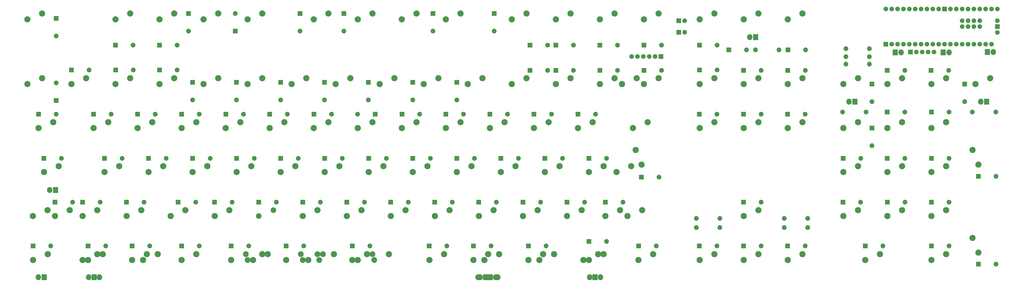
<source format=gbr>
G04 #@! TF.FileFunction,Soldermask,Bot*
%FSLAX46Y46*%
G04 Gerber Fmt 4.6, Leading zero omitted, Abs format (unit mm)*
G04 Created by KiCad (PCBNEW 4.0.5+dfsg1-4) date Sat Jan 20 17:01:26 2018*
%MOMM*%
%LPD*%
G01*
G04 APERTURE LIST*
%ADD10C,0.100000*%
%ADD11C,2.000000*%
%ADD12R,2.000000X2.000000*%
%ADD13C,2.686000*%
%ADD14C,2.500000*%
%ADD15R,2.051000X2.051000*%
%ADD16C,2.051000*%
%ADD17O,2.305000X2.559000*%
%ADD18R,2.305000X2.559000*%
%ADD19O,3.305000X2.559000*%
%ADD20R,4.305000X2.559000*%
%ADD21C,2.432000*%
G04 APERTURE END LIST*
D10*
D11*
X285440000Y-37950000D03*
X293060000Y-37950000D03*
X287980000Y-37950000D03*
X290520000Y-37950000D03*
X282900000Y-37950000D03*
D12*
X295600000Y-37950000D03*
X403530000Y-35940000D03*
D11*
X413690000Y-35940000D03*
X406070000Y-35940000D03*
X408610000Y-35940000D03*
X411150000Y-35940000D03*
X305840000Y-22400000D03*
D12*
X303300000Y-22400000D03*
D13*
X337752000Y-47307500D03*
X331402000Y-49847500D03*
D11*
X305840000Y-27400000D03*
D12*
X303300000Y-27400000D03*
D13*
X123190000Y-123508000D03*
D14*
X116840000Y-126048000D03*
D15*
X312290000Y-43800000D03*
D16*
X319910000Y-43800000D03*
D13*
X166052000Y-104458000D03*
X159702000Y-106998000D03*
X356802000Y-123508000D03*
X350452000Y-126048000D03*
X356802000Y-66357500D03*
X350452000Y-68897500D03*
X30305400Y-104458000D03*
X23955400Y-106998000D03*
X218440000Y-47307500D03*
X212090000Y-49847500D03*
D16*
X164380000Y-62900000D03*
D15*
X172000000Y-62900000D03*
D13*
X104140000Y-19320000D03*
X97790000Y-21860000D03*
D16*
X111450120Y-19300000D03*
D15*
X111450120Y-26920000D03*
D13*
X213678000Y-85407500D03*
X207328000Y-87947500D03*
D11*
X413190000Y-32610000D03*
X415730000Y-32610000D03*
X418270000Y-32610000D03*
X410650000Y-32610000D03*
X408110000Y-32610000D03*
X405570000Y-32610000D03*
X403030000Y-32610000D03*
X400490000Y-32610000D03*
X397950000Y-32610000D03*
X395410000Y-32610000D03*
D12*
X392870000Y-32610000D03*
D11*
X420810000Y-32610000D03*
X423350000Y-32610000D03*
X425890000Y-32610000D03*
X428430000Y-32610000D03*
X430970000Y-32610000D03*
X433510000Y-32610000D03*
X436050000Y-32610000D03*
X438590000Y-32610000D03*
X441130000Y-27530000D03*
D12*
X441130000Y-24990000D03*
D11*
X441130000Y-22450000D03*
X441130000Y-17370000D03*
X438590000Y-17370000D03*
X436050000Y-17370000D03*
X433510000Y-17370000D03*
X430970000Y-17370000D03*
X428430000Y-17370000D03*
X425890000Y-17370000D03*
X423350000Y-17370000D03*
X420810000Y-17370000D03*
D12*
X418270000Y-17370000D03*
D11*
X415730000Y-17370000D03*
X413190000Y-17370000D03*
X410650000Y-17370000D03*
X408110000Y-17370000D03*
X405570000Y-17370000D03*
X403030000Y-17370000D03*
X400490000Y-17370000D03*
X397950000Y-17370000D03*
X395410000Y-17370000D03*
X392870000Y-17370000D03*
X425890000Y-22450000D03*
X428430000Y-22450000D03*
X430970000Y-22450000D03*
X433510000Y-22450000D03*
X425890000Y-24990000D03*
X428430000Y-24990000D03*
X430970000Y-24990000D03*
X433510000Y-24990000D03*
D13*
X237490000Y-47307500D03*
X231140000Y-49847500D03*
D16*
X34000000Y-49390000D03*
D15*
X34000000Y-57010000D03*
D13*
X356802000Y-19320000D03*
X350452000Y-21860000D03*
X380865000Y-47307500D03*
X374515000Y-49847500D03*
X356802000Y-47307500D03*
X350452000Y-49847500D03*
X337752000Y-19320000D03*
X331402000Y-21860000D03*
D17*
X399470000Y-36100000D03*
D18*
X396930000Y-36100000D03*
D17*
X439370000Y-36000000D03*
D18*
X436830000Y-36000000D03*
D17*
X420270000Y-36100000D03*
D18*
X417730000Y-36100000D03*
D14*
X116027000Y-123508000D03*
D13*
X109677000Y-126048000D03*
D17*
X26330000Y-133480000D03*
D18*
X28870000Y-133480000D03*
D13*
X208915000Y-19320000D03*
X202565000Y-21860000D03*
X318702000Y-47307500D03*
X312352000Y-49847500D03*
X294640000Y-47307500D03*
X288290000Y-49847500D03*
X399915000Y-47307500D03*
X393565000Y-49847500D03*
X337752000Y-104458000D03*
X331402000Y-106998000D03*
X151765000Y-66357500D03*
X145415000Y-68897500D03*
X189865000Y-66357500D03*
X183515000Y-68897500D03*
D17*
X31210000Y-95750000D03*
D18*
X33750000Y-95750000D03*
D17*
X334030000Y-29500000D03*
D18*
X336570000Y-29500000D03*
D17*
X376960000Y-57500000D03*
D18*
X379500000Y-57500000D03*
D17*
X433960000Y-57500000D03*
D18*
X436500000Y-57500000D03*
D17*
X269440000Y-133500000D03*
X264760000Y-133500000D03*
D18*
X267100000Y-133500000D03*
D19*
X224560000Y-133500000D03*
X216940000Y-133500000D03*
D20*
X220750000Y-133500000D03*
D17*
X52740000Y-133500000D03*
X48060000Y-133500000D03*
D18*
X50400000Y-133500000D03*
D13*
X285115000Y-47307500D03*
X278765000Y-49847500D03*
X275590000Y-47307500D03*
X269240000Y-49847500D03*
X287496000Y-104458000D03*
X281146000Y-106998000D03*
X277955000Y-104458000D03*
X271605000Y-106998000D03*
X282735000Y-85407500D03*
X276385000Y-87947500D03*
X284655000Y-78422500D03*
X287195000Y-84772500D03*
X270828000Y-85407500D03*
X264478000Y-87947500D03*
X225596000Y-123508000D03*
X219246000Y-126048000D03*
X220821000Y-123508000D03*
X214471000Y-126048000D03*
X270828000Y-123508000D03*
X264478000Y-126048000D03*
X268446000Y-123508000D03*
X262096000Y-126048000D03*
X249396000Y-123508000D03*
X243046000Y-126048000D03*
X244634000Y-123508000D03*
X238284000Y-126048000D03*
X168434000Y-123508000D03*
X162084000Y-126048000D03*
D14*
X170812000Y-123508000D03*
D13*
X164462000Y-126048000D03*
X177965000Y-123508000D03*
D14*
X171615000Y-126048000D03*
D13*
X154146000Y-123508000D03*
D14*
X147796000Y-126048000D03*
X147002000Y-123508000D03*
X140652000Y-126048000D03*
X139827000Y-123508000D03*
D13*
X133477000Y-126048000D03*
D14*
X149384000Y-123508000D03*
D13*
X143034000Y-126048000D03*
X125555000Y-123508000D03*
X119205000Y-126048000D03*
X51736600Y-104458000D03*
X45386600Y-106998000D03*
X39847800Y-104458000D03*
X33497800Y-106998000D03*
X77946200Y-123508000D03*
X71596200Y-126048000D03*
X73183800Y-123508000D03*
X66833800Y-126048000D03*
X54133800Y-123508000D03*
X47783800Y-126048000D03*
X51752500Y-123508000D03*
X45402500Y-126048000D03*
D15*
X238980000Y-33000000D03*
D16*
X246600000Y-33000000D03*
D15*
X250190000Y-33000000D03*
D16*
X257810000Y-33000000D03*
D15*
X269200000Y-33000000D03*
D16*
X276820000Y-33000000D03*
D15*
X288280000Y-33000000D03*
D16*
X295900000Y-33000000D03*
D15*
X312280000Y-33000000D03*
D16*
X319900000Y-33000000D03*
D15*
X324980000Y-35000000D03*
D16*
X332600000Y-35000000D03*
D15*
X350600000Y-35000000D03*
D16*
X358220000Y-35000000D03*
D15*
X34000000Y-21380000D03*
D16*
X34000000Y-29000000D03*
D15*
X207300000Y-49100000D03*
D16*
X207300000Y-56720000D03*
D15*
X239000000Y-43900000D03*
D16*
X246620000Y-43900000D03*
D15*
X250180000Y-43900000D03*
D16*
X257800000Y-43900000D03*
D15*
X269200000Y-43900000D03*
D16*
X276820000Y-43900000D03*
D15*
X288280000Y-43900000D03*
D16*
X295900000Y-43900000D03*
D15*
X331390000Y-43900000D03*
D16*
X339010000Y-43900000D03*
D15*
X350490000Y-43900000D03*
D16*
X358110000Y-43900000D03*
D15*
X386920000Y-49860000D03*
D16*
X386920000Y-57480000D03*
D15*
X393480000Y-43900000D03*
D16*
X401100000Y-43900000D03*
D15*
X412490000Y-43900000D03*
D16*
X420110000Y-43900000D03*
D15*
X427000000Y-49890000D03*
D16*
X427000000Y-57510000D03*
D15*
X221580000Y-62900000D03*
D16*
X229200000Y-62900000D03*
D15*
X240690000Y-62900000D03*
D16*
X248310000Y-62900000D03*
D15*
X259690000Y-62900000D03*
D16*
X267310000Y-62900000D03*
D15*
X312190000Y-62900000D03*
D16*
X319810000Y-62900000D03*
D15*
X331380000Y-62900000D03*
D16*
X339000000Y-62900000D03*
D15*
X350380000Y-62900000D03*
D16*
X358000000Y-62900000D03*
D15*
X386900000Y-68880000D03*
D16*
X386900000Y-76500000D03*
D15*
X393490000Y-62000000D03*
D16*
X401110000Y-62000000D03*
D15*
X412590000Y-62000000D03*
D16*
X420210000Y-62000000D03*
D15*
X226380000Y-82000000D03*
D16*
X234000000Y-82000000D03*
D15*
X245400000Y-82000000D03*
D16*
X253020000Y-82000000D03*
D15*
X264500000Y-82000000D03*
D16*
X272120000Y-82000000D03*
D15*
X287180000Y-90200000D03*
D16*
X294800000Y-90200000D03*
D15*
X374480000Y-82000000D03*
D16*
X382100000Y-82000000D03*
D15*
X393500000Y-82000000D03*
D16*
X401120000Y-82000000D03*
D15*
X412590000Y-82000000D03*
D16*
X420210000Y-82000000D03*
D15*
X432980000Y-89800000D03*
D16*
X440600000Y-89800000D03*
D15*
X216800000Y-101000000D03*
D16*
X224420000Y-101000000D03*
D15*
X235900000Y-101000000D03*
D16*
X243520000Y-101000000D03*
D15*
X254980000Y-101000000D03*
D16*
X262600000Y-101000000D03*
D15*
X271590000Y-101000000D03*
D16*
X279210000Y-101000000D03*
D15*
X331380000Y-101000000D03*
D16*
X339000000Y-101000000D03*
D15*
X374400000Y-101000000D03*
D16*
X382020000Y-101000000D03*
D15*
X393600000Y-101000000D03*
D16*
X401220000Y-101000000D03*
D15*
X412600000Y-101000000D03*
D16*
X420220000Y-101000000D03*
D15*
X238290000Y-120000000D03*
D16*
X245910000Y-120000000D03*
D15*
X264460000Y-117990000D03*
D16*
X272080000Y-117990000D03*
D15*
X285980000Y-120000000D03*
D16*
X293600000Y-120000000D03*
D15*
X312180000Y-120000000D03*
D16*
X319800000Y-120000000D03*
D15*
X331380000Y-120000000D03*
D16*
X339000000Y-120000000D03*
D15*
X350380000Y-120000000D03*
D16*
X358000000Y-120000000D03*
D15*
X384000000Y-120000000D03*
D16*
X391620000Y-120000000D03*
D15*
X412590000Y-120000000D03*
D16*
X420210000Y-120000000D03*
D15*
X432980000Y-127800000D03*
D16*
X440600000Y-127800000D03*
D15*
X59690000Y-33000000D03*
D16*
X67310000Y-33000000D03*
D15*
X78690000Y-33000000D03*
D16*
X86310000Y-33000000D03*
D15*
X91200000Y-19300000D03*
D16*
X91200000Y-26920000D03*
D15*
X139500000Y-19300000D03*
D16*
X139500000Y-26920000D03*
D15*
X158500000Y-19300000D03*
D16*
X158500000Y-26920000D03*
D15*
X197000000Y-19300000D03*
D16*
X197000000Y-26920000D03*
D15*
X223500000Y-19300000D03*
D16*
X223500000Y-26920000D03*
D15*
X40590000Y-43800000D03*
D16*
X48210000Y-43800000D03*
D15*
X59700000Y-43800000D03*
D16*
X67320000Y-43800000D03*
D15*
X78740000Y-43800000D03*
D16*
X86360000Y-43800000D03*
D15*
X93000000Y-49090000D03*
D16*
X93000000Y-56710000D03*
D15*
X112000000Y-49100000D03*
D16*
X112000000Y-56720000D03*
D15*
X131100000Y-49100000D03*
D16*
X131100000Y-56720000D03*
D15*
X150100000Y-49100000D03*
D16*
X150100000Y-56720000D03*
D15*
X169000000Y-49100000D03*
D16*
X169000000Y-56720000D03*
D15*
X188300000Y-49100000D03*
D16*
X188300000Y-56720000D03*
D15*
X26380000Y-62900000D03*
D16*
X34000000Y-62900000D03*
D15*
X50190000Y-62900000D03*
D16*
X57810000Y-62900000D03*
D15*
X69190000Y-62900000D03*
D16*
X76810000Y-62900000D03*
D15*
X88290000Y-62900000D03*
D16*
X95910000Y-62900000D03*
D15*
X107390000Y-62900000D03*
D16*
X115010000Y-62900000D03*
D15*
X126380000Y-62900000D03*
D16*
X134000000Y-62900000D03*
D15*
X145490000Y-62900000D03*
D16*
X153110000Y-62900000D03*
D15*
X183590000Y-62900000D03*
D16*
X191210000Y-62900000D03*
D15*
X202590000Y-62900000D03*
D16*
X210210000Y-62900000D03*
D15*
X28690000Y-82000000D03*
D16*
X36310000Y-82000000D03*
D15*
X54900000Y-82000000D03*
D16*
X62520000Y-82000000D03*
D15*
X73990000Y-82000000D03*
D16*
X81610000Y-82000000D03*
D15*
X92990000Y-82000000D03*
D16*
X100610000Y-82000000D03*
D15*
X112100000Y-82000000D03*
D16*
X119720000Y-82000000D03*
D15*
X131100000Y-82000000D03*
D16*
X138720000Y-82000000D03*
D15*
X150190000Y-82000000D03*
D16*
X157810000Y-82000000D03*
D15*
X169200000Y-82000000D03*
D16*
X176820000Y-82000000D03*
D15*
X188300000Y-82000000D03*
D16*
X195920000Y-82000000D03*
D15*
X207300000Y-82000000D03*
D16*
X214920000Y-82000000D03*
D15*
X33480000Y-101000000D03*
D16*
X41100000Y-101000000D03*
D15*
X45390000Y-101000000D03*
D16*
X53010000Y-101000000D03*
D15*
X64400000Y-101000000D03*
D16*
X72020000Y-101000000D03*
D15*
X86780000Y-101000000D03*
D16*
X94400000Y-101000000D03*
D15*
X102500000Y-101000000D03*
D16*
X110120000Y-101000000D03*
D15*
X121600000Y-101000000D03*
D16*
X129220000Y-101000000D03*
D15*
X140680000Y-101000000D03*
D16*
X148300000Y-101000000D03*
D15*
X159700000Y-101000000D03*
D16*
X167320000Y-101000000D03*
D15*
X178690000Y-101000000D03*
D16*
X186310000Y-101000000D03*
D15*
X197780000Y-101000000D03*
D16*
X205400000Y-101000000D03*
D15*
X24000000Y-120000000D03*
D16*
X31620000Y-120000000D03*
D15*
X47780000Y-120000000D03*
D16*
X55400000Y-120000000D03*
D15*
X66890000Y-120000000D03*
D16*
X74510000Y-120000000D03*
D15*
X88290000Y-120000000D03*
D16*
X95910000Y-120000000D03*
D15*
X109690000Y-120000000D03*
D16*
X117310000Y-120000000D03*
D15*
X133500000Y-120000000D03*
D16*
X141120000Y-120000000D03*
D15*
X162090000Y-120000000D03*
D16*
X169710000Y-120000000D03*
D15*
X195390000Y-120000000D03*
D16*
X203010000Y-120000000D03*
D15*
X214480000Y-120000000D03*
D16*
X222100000Y-120000000D03*
D13*
X237490000Y-19320000D03*
X231140000Y-21860000D03*
X256540000Y-19320000D03*
X250190000Y-21860000D03*
X275590000Y-19320000D03*
X269240000Y-21860000D03*
X294640000Y-19320000D03*
X288290000Y-21860000D03*
X318702000Y-19320000D03*
X312352000Y-21860000D03*
X27940000Y-19320000D03*
X21590000Y-21860000D03*
X256540000Y-47307500D03*
X250190000Y-49847500D03*
X418965000Y-47307500D03*
X412615000Y-49847500D03*
X438015000Y-47307500D03*
X431665000Y-49847500D03*
X227965000Y-66357500D03*
X221615000Y-68897500D03*
X247015000Y-66357500D03*
X240665000Y-68897500D03*
X266065000Y-66357500D03*
X259715000Y-68897500D03*
X318702000Y-66357500D03*
X312352000Y-68897500D03*
X337752000Y-66357500D03*
X331402000Y-68897500D03*
X380865000Y-66357500D03*
X374515000Y-68897500D03*
X399915000Y-66357500D03*
X393565000Y-68897500D03*
X418965000Y-66357500D03*
X412615000Y-68897500D03*
X232728000Y-85407500D03*
X226378000Y-87947500D03*
X251778000Y-85407500D03*
X245428000Y-87947500D03*
X289878000Y-66357500D03*
X283528000Y-68897500D03*
X380865000Y-85407500D03*
X374515000Y-87947500D03*
X399915000Y-85407500D03*
X393565000Y-87947500D03*
X418965000Y-85407500D03*
X412615000Y-87947500D03*
X430395000Y-78422500D03*
X432935000Y-84772500D03*
X223202000Y-104458000D03*
X216852000Y-106998000D03*
X242252000Y-104458000D03*
X235902000Y-106998000D03*
X261302000Y-104458000D03*
X254952000Y-106998000D03*
X380865000Y-104458000D03*
X374515000Y-106998000D03*
X399915000Y-104458000D03*
X393565000Y-106998000D03*
X418965000Y-104458000D03*
X412615000Y-106998000D03*
X292249000Y-123508000D03*
X285899000Y-126048000D03*
X318702000Y-123508000D03*
X312352000Y-126048000D03*
X337752000Y-123508000D03*
X331402000Y-126048000D03*
X390390000Y-123508000D03*
X384040000Y-126048000D03*
X418965000Y-123508000D03*
X412615000Y-126048000D03*
X430395000Y-116522000D03*
X432935000Y-122872000D03*
X66040000Y-19320000D03*
X59690000Y-21860000D03*
X85090000Y-19320000D03*
X78740000Y-21860000D03*
X123190000Y-19320000D03*
X116840000Y-21860000D03*
X151765000Y-19320000D03*
X145415000Y-21860000D03*
X170815000Y-19320000D03*
X164465000Y-21860000D03*
X189865000Y-19320000D03*
X183515000Y-21860000D03*
X27940000Y-47307500D03*
X21590000Y-49847500D03*
X46990000Y-47307500D03*
X40640000Y-49847500D03*
X66040000Y-47307500D03*
X59690000Y-49847500D03*
X85090000Y-47307500D03*
X78740000Y-49847500D03*
X104140000Y-47307500D03*
X97790000Y-49847500D03*
X123190000Y-47307500D03*
X116840000Y-49847500D03*
X142240000Y-47307500D03*
X135890000Y-49847500D03*
X161290000Y-47307500D03*
X154940000Y-49847500D03*
X180340000Y-47307500D03*
X173990000Y-49847500D03*
X199390000Y-47307500D03*
X193040000Y-49847500D03*
X32702500Y-66357500D03*
X26352500Y-68897500D03*
X56515000Y-66357500D03*
X50165000Y-68897500D03*
X75565000Y-66357500D03*
X69215000Y-68897500D03*
X94615000Y-66357500D03*
X88265000Y-68897500D03*
X113665000Y-66357500D03*
X107315000Y-68897500D03*
X132715000Y-66357500D03*
X126365000Y-68897500D03*
X170815000Y-66357500D03*
X164465000Y-68897500D03*
X208915000Y-66357500D03*
X202565000Y-68897500D03*
X35084700Y-85407500D03*
X28734700Y-87947500D03*
X61277500Y-85407500D03*
X54927500Y-87947500D03*
X80327500Y-85407500D03*
X73977500Y-87947500D03*
X99377500Y-85407500D03*
X93027500Y-87947500D03*
X118428000Y-85407500D03*
X112078000Y-87947500D03*
X137478000Y-85407500D03*
X131128000Y-87947500D03*
X156528000Y-85407500D03*
X150178000Y-87947500D03*
X175578000Y-85407500D03*
X169228000Y-87947500D03*
X194628000Y-85407500D03*
X188278000Y-87947500D03*
X70802500Y-104458000D03*
X64452500Y-106998000D03*
X89852500Y-104458000D03*
X83502500Y-106998000D03*
X108902000Y-104458000D03*
X102552000Y-106998000D03*
D21*
X127952000Y-104458000D03*
X121602000Y-106998000D03*
D13*
X147002000Y-104458000D03*
X140652000Y-106998000D03*
X185102000Y-104458000D03*
X178752000Y-106998000D03*
X204152000Y-104458000D03*
X197802000Y-106998000D03*
X30322800Y-123508000D03*
X23972800Y-126048000D03*
X94615000Y-123508000D03*
X88265000Y-126048000D03*
X201769000Y-123508000D03*
X195419000Y-126048000D03*
D16*
X346680000Y-35000000D03*
X336520000Y-35000000D03*
X375640000Y-34560000D03*
X385800000Y-34560000D03*
X374200000Y-62000000D03*
X384360000Y-62000000D03*
X430340000Y-62000000D03*
X440500000Y-62000000D03*
X375640000Y-38000000D03*
X385800000Y-38000000D03*
X375640000Y-41200000D03*
X385800000Y-41200000D03*
X321080000Y-112000000D03*
X310920000Y-112000000D03*
X321080000Y-108000000D03*
X310920000Y-108000000D03*
X359080000Y-108000000D03*
X348920000Y-108000000D03*
X359080000Y-112000000D03*
X348920000Y-112000000D03*
M02*

</source>
